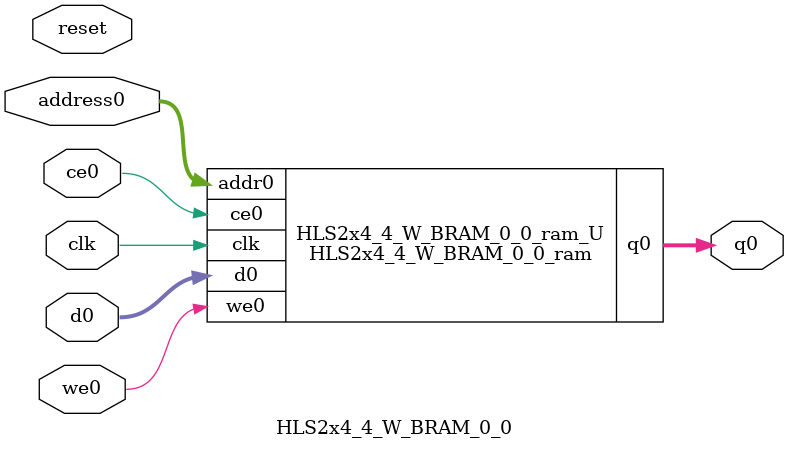
<source format=v>

`timescale 1 ns / 1 ps
module HLS2x4_4_W_BRAM_0_0_ram (addr0, ce0, d0, we0, q0,  clk);

parameter DWIDTH = 16;
parameter AWIDTH = 4;
parameter MEM_SIZE = 9;

input[AWIDTH-1:0] addr0;
input ce0;
input[DWIDTH-1:0] d0;
input we0;
output reg[DWIDTH-1:0] q0;
input clk;

(* ram_style = "distributed" *)reg [DWIDTH-1:0] ram[0:MEM_SIZE-1];




always @(posedge clk)  
begin 
    if (ce0) 
    begin
        if (we0) 
        begin 
            ram[addr0] <= d0; 
            q0 <= d0;
        end 
        else 
            q0 <= ram[addr0];
    end
end


endmodule


`timescale 1 ns / 1 ps
module HLS2x4_4_W_BRAM_0_0(
    reset,
    clk,
    address0,
    ce0,
    we0,
    d0,
    q0);

parameter DataWidth = 32'd16;
parameter AddressRange = 32'd9;
parameter AddressWidth = 32'd4;
input reset;
input clk;
input[AddressWidth - 1:0] address0;
input ce0;
input we0;
input[DataWidth - 1:0] d0;
output[DataWidth - 1:0] q0;



HLS2x4_4_W_BRAM_0_0_ram HLS2x4_4_W_BRAM_0_0_ram_U(
    .clk( clk ),
    .addr0( address0 ),
    .ce0( ce0 ),
    .d0( d0 ),
    .we0( we0 ),
    .q0( q0 ));

endmodule


</source>
